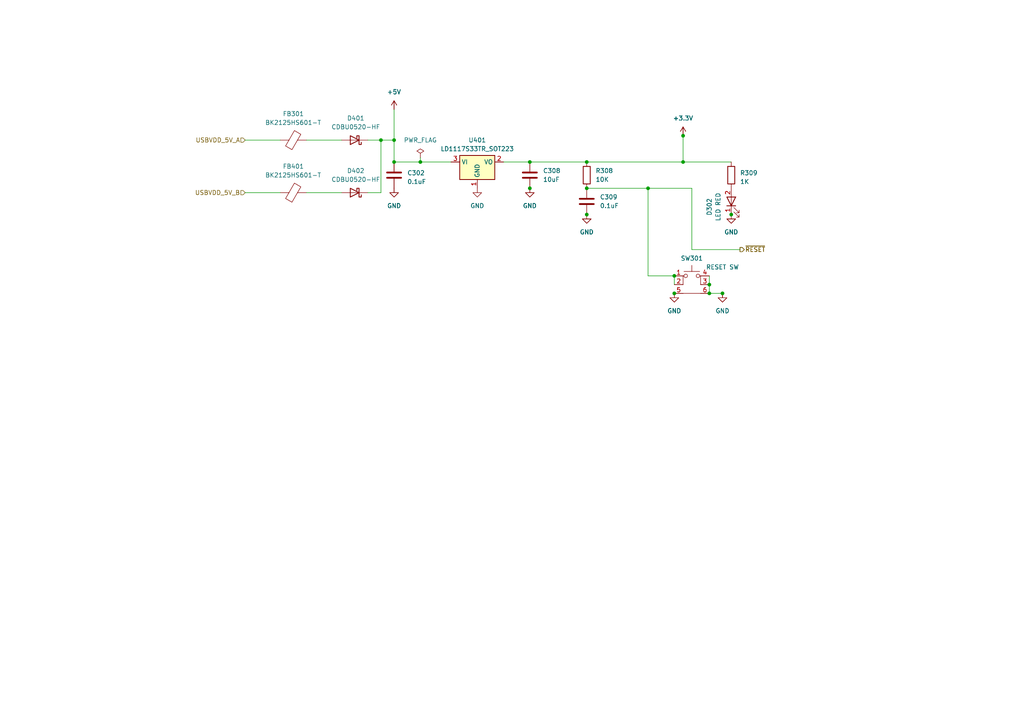
<source format=kicad_sch>
(kicad_sch (version 20230121) (generator eeschema)

  (uuid 650905de-fba1-43f5-8ad1-d7664073f507)

  (paper "A4")

  (title_block
    (title "SHARED USB MEMORY")
    (date "2023-10-26")
    (rev "Rev0")
    (company "HNZ")
    (comment 1 "Licensed under CC-BY-SA V4.0")
    (comment 2 "2023 (C) Hiroshi Nakajima <hnakamiru1103@gmail.com>")
  )

  (lib_symbols
    (symbol "Device:C" (pin_numbers hide) (pin_names (offset 0.254)) (in_bom yes) (on_board yes)
      (property "Reference" "C" (at 0.635 2.54 0)
        (effects (font (size 1.27 1.27)) (justify left))
      )
      (property "Value" "C" (at 0.635 -2.54 0)
        (effects (font (size 1.27 1.27)) (justify left))
      )
      (property "Footprint" "" (at 0.9652 -3.81 0)
        (effects (font (size 1.27 1.27)) hide)
      )
      (property "Datasheet" "~" (at 0 0 0)
        (effects (font (size 1.27 1.27)) hide)
      )
      (property "ki_keywords" "cap capacitor" (at 0 0 0)
        (effects (font (size 1.27 1.27)) hide)
      )
      (property "ki_description" "Unpolarized capacitor" (at 0 0 0)
        (effects (font (size 1.27 1.27)) hide)
      )
      (property "ki_fp_filters" "C_*" (at 0 0 0)
        (effects (font (size 1.27 1.27)) hide)
      )
      (symbol "C_0_1"
        (polyline
          (pts
            (xy -2.032 -0.762)
            (xy 2.032 -0.762)
          )
          (stroke (width 0.508) (type default))
          (fill (type none))
        )
        (polyline
          (pts
            (xy -2.032 0.762)
            (xy 2.032 0.762)
          )
          (stroke (width 0.508) (type default))
          (fill (type none))
        )
      )
      (symbol "C_1_1"
        (pin passive line (at 0 3.81 270) (length 2.794)
          (name "~" (effects (font (size 1.27 1.27))))
          (number "1" (effects (font (size 1.27 1.27))))
        )
        (pin passive line (at 0 -3.81 90) (length 2.794)
          (name "~" (effects (font (size 1.27 1.27))))
          (number "2" (effects (font (size 1.27 1.27))))
        )
      )
    )
    (symbol "Device:FerriteBead" (pin_numbers hide) (pin_names (offset 0)) (in_bom yes) (on_board yes)
      (property "Reference" "FB" (at -3.81 0.635 90)
        (effects (font (size 1.27 1.27)))
      )
      (property "Value" "FerriteBead" (at 3.81 0 90)
        (effects (font (size 1.27 1.27)))
      )
      (property "Footprint" "" (at -1.778 0 90)
        (effects (font (size 1.27 1.27)) hide)
      )
      (property "Datasheet" "~" (at 0 0 0)
        (effects (font (size 1.27 1.27)) hide)
      )
      (property "ki_keywords" "L ferrite bead inductor filter" (at 0 0 0)
        (effects (font (size 1.27 1.27)) hide)
      )
      (property "ki_description" "Ferrite bead" (at 0 0 0)
        (effects (font (size 1.27 1.27)) hide)
      )
      (property "ki_fp_filters" "Inductor_* L_* *Ferrite*" (at 0 0 0)
        (effects (font (size 1.27 1.27)) hide)
      )
      (symbol "FerriteBead_0_1"
        (polyline
          (pts
            (xy 0 -1.27)
            (xy 0 -1.2192)
          )
          (stroke (width 0) (type default))
          (fill (type none))
        )
        (polyline
          (pts
            (xy 0 1.27)
            (xy 0 1.2954)
          )
          (stroke (width 0) (type default))
          (fill (type none))
        )
        (polyline
          (pts
            (xy -2.7686 0.4064)
            (xy -1.7018 2.2606)
            (xy 2.7686 -0.3048)
            (xy 1.6764 -2.159)
            (xy -2.7686 0.4064)
          )
          (stroke (width 0) (type default))
          (fill (type none))
        )
      )
      (symbol "FerriteBead_1_1"
        (pin passive line (at 0 3.81 270) (length 2.54)
          (name "~" (effects (font (size 1.27 1.27))))
          (number "1" (effects (font (size 1.27 1.27))))
        )
        (pin passive line (at 0 -3.81 90) (length 2.54)
          (name "~" (effects (font (size 1.27 1.27))))
          (number "2" (effects (font (size 1.27 1.27))))
        )
      )
    )
    (symbol "Device:LED" (pin_names (offset 1.016) hide) (in_bom yes) (on_board yes)
      (property "Reference" "D" (at 0 2.54 0)
        (effects (font (size 1.27 1.27)))
      )
      (property "Value" "LED" (at 0 -2.54 0)
        (effects (font (size 1.27 1.27)))
      )
      (property "Footprint" "" (at 0 0 0)
        (effects (font (size 1.27 1.27)) hide)
      )
      (property "Datasheet" "~" (at 0 0 0)
        (effects (font (size 1.27 1.27)) hide)
      )
      (property "ki_keywords" "LED diode" (at 0 0 0)
        (effects (font (size 1.27 1.27)) hide)
      )
      (property "ki_description" "Light emitting diode" (at 0 0 0)
        (effects (font (size 1.27 1.27)) hide)
      )
      (property "ki_fp_filters" "LED* LED_SMD:* LED_THT:*" (at 0 0 0)
        (effects (font (size 1.27 1.27)) hide)
      )
      (symbol "LED_0_1"
        (polyline
          (pts
            (xy -1.27 -1.27)
            (xy -1.27 1.27)
          )
          (stroke (width 0.254) (type default))
          (fill (type none))
        )
        (polyline
          (pts
            (xy -1.27 0)
            (xy 1.27 0)
          )
          (stroke (width 0) (type default))
          (fill (type none))
        )
        (polyline
          (pts
            (xy 1.27 -1.27)
            (xy 1.27 1.27)
            (xy -1.27 0)
            (xy 1.27 -1.27)
          )
          (stroke (width 0.254) (type default))
          (fill (type none))
        )
        (polyline
          (pts
            (xy -3.048 -0.762)
            (xy -4.572 -2.286)
            (xy -3.81 -2.286)
            (xy -4.572 -2.286)
            (xy -4.572 -1.524)
          )
          (stroke (width 0) (type default))
          (fill (type none))
        )
        (polyline
          (pts
            (xy -1.778 -0.762)
            (xy -3.302 -2.286)
            (xy -2.54 -2.286)
            (xy -3.302 -2.286)
            (xy -3.302 -1.524)
          )
          (stroke (width 0) (type default))
          (fill (type none))
        )
      )
      (symbol "LED_1_1"
        (pin passive line (at -3.81 0 0) (length 2.54)
          (name "K" (effects (font (size 1.27 1.27))))
          (number "1" (effects (font (size 1.27 1.27))))
        )
        (pin passive line (at 3.81 0 180) (length 2.54)
          (name "A" (effects (font (size 1.27 1.27))))
          (number "2" (effects (font (size 1.27 1.27))))
        )
      )
    )
    (symbol "Device:R" (pin_numbers hide) (pin_names (offset 0)) (in_bom yes) (on_board yes)
      (property "Reference" "R" (at 2.032 0 90)
        (effects (font (size 1.27 1.27)))
      )
      (property "Value" "R" (at 0 0 90)
        (effects (font (size 1.27 1.27)))
      )
      (property "Footprint" "" (at -1.778 0 90)
        (effects (font (size 1.27 1.27)) hide)
      )
      (property "Datasheet" "~" (at 0 0 0)
        (effects (font (size 1.27 1.27)) hide)
      )
      (property "ki_keywords" "R res resistor" (at 0 0 0)
        (effects (font (size 1.27 1.27)) hide)
      )
      (property "ki_description" "Resistor" (at 0 0 0)
        (effects (font (size 1.27 1.27)) hide)
      )
      (property "ki_fp_filters" "R_*" (at 0 0 0)
        (effects (font (size 1.27 1.27)) hide)
      )
      (symbol "R_0_1"
        (rectangle (start -1.016 -2.54) (end 1.016 2.54)
          (stroke (width 0.254) (type default))
          (fill (type none))
        )
      )
      (symbol "R_1_1"
        (pin passive line (at 0 3.81 270) (length 1.27)
          (name "~" (effects (font (size 1.27 1.27))))
          (number "1" (effects (font (size 1.27 1.27))))
        )
        (pin passive line (at 0 -3.81 90) (length 1.27)
          (name "~" (effects (font (size 1.27 1.27))))
          (number "2" (effects (font (size 1.27 1.27))))
        )
      )
    )
    (symbol "Regulator_Linear:LD1117S33TR_SOT223" (in_bom yes) (on_board yes)
      (property "Reference" "U" (at -3.81 3.175 0)
        (effects (font (size 1.27 1.27)))
      )
      (property "Value" "LD1117S33TR_SOT223" (at 0 3.175 0)
        (effects (font (size 1.27 1.27)) (justify left))
      )
      (property "Footprint" "Package_TO_SOT_SMD:SOT-223-3_TabPin2" (at 0 5.08 0)
        (effects (font (size 1.27 1.27)) hide)
      )
      (property "Datasheet" "http://www.st.com/st-web-ui/static/active/en/resource/technical/document/datasheet/CD00000544.pdf" (at 2.54 -6.35 0)
        (effects (font (size 1.27 1.27)) hide)
      )
      (property "ki_keywords" "REGULATOR LDO 3.3V" (at 0 0 0)
        (effects (font (size 1.27 1.27)) hide)
      )
      (property "ki_description" "800mA Fixed Low Drop Positive Voltage Regulator, Fixed Output 3.3V, SOT-223" (at 0 0 0)
        (effects (font (size 1.27 1.27)) hide)
      )
      (property "ki_fp_filters" "SOT?223*TabPin2*" (at 0 0 0)
        (effects (font (size 1.27 1.27)) hide)
      )
      (symbol "LD1117S33TR_SOT223_0_1"
        (rectangle (start -5.08 -5.08) (end 5.08 1.905)
          (stroke (width 0.254) (type default))
          (fill (type background))
        )
      )
      (symbol "LD1117S33TR_SOT223_1_1"
        (pin power_in line (at 0 -7.62 90) (length 2.54)
          (name "GND" (effects (font (size 1.27 1.27))))
          (number "1" (effects (font (size 1.27 1.27))))
        )
        (pin power_out line (at 7.62 0 180) (length 2.54)
          (name "VO" (effects (font (size 1.27 1.27))))
          (number "2" (effects (font (size 1.27 1.27))))
        )
        (pin power_in line (at -7.62 0 0) (length 2.54)
          (name "VI" (effects (font (size 1.27 1.27))))
          (number "3" (effects (font (size 1.27 1.27))))
        )
      )
    )
    (symbol "power:+3.3V" (power) (pin_names (offset 0)) (in_bom yes) (on_board yes)
      (property "Reference" "#PWR" (at 0 -3.81 0)
        (effects (font (size 1.27 1.27)) hide)
      )
      (property "Value" "+3.3V" (at 0 3.556 0)
        (effects (font (size 1.27 1.27)))
      )
      (property "Footprint" "" (at 0 0 0)
        (effects (font (size 1.27 1.27)) hide)
      )
      (property "Datasheet" "" (at 0 0 0)
        (effects (font (size 1.27 1.27)) hide)
      )
      (property "ki_keywords" "global power" (at 0 0 0)
        (effects (font (size 1.27 1.27)) hide)
      )
      (property "ki_description" "Power symbol creates a global label with name \"+3.3V\"" (at 0 0 0)
        (effects (font (size 1.27 1.27)) hide)
      )
      (symbol "+3.3V_0_1"
        (polyline
          (pts
            (xy -0.762 1.27)
            (xy 0 2.54)
          )
          (stroke (width 0) (type default))
          (fill (type none))
        )
        (polyline
          (pts
            (xy 0 0)
            (xy 0 2.54)
          )
          (stroke (width 0) (type default))
          (fill (type none))
        )
        (polyline
          (pts
            (xy 0 2.54)
            (xy 0.762 1.27)
          )
          (stroke (width 0) (type default))
          (fill (type none))
        )
      )
      (symbol "+3.3V_1_1"
        (pin power_in line (at 0 0 90) (length 0) hide
          (name "+3.3V" (effects (font (size 1.27 1.27))))
          (number "1" (effects (font (size 1.27 1.27))))
        )
      )
    )
    (symbol "power:+5V" (power) (pin_names (offset 0)) (in_bom yes) (on_board yes)
      (property "Reference" "#PWR" (at 0 -3.81 0)
        (effects (font (size 1.27 1.27)) hide)
      )
      (property "Value" "+5V" (at 0 3.556 0)
        (effects (font (size 1.27 1.27)))
      )
      (property "Footprint" "" (at 0 0 0)
        (effects (font (size 1.27 1.27)) hide)
      )
      (property "Datasheet" "" (at 0 0 0)
        (effects (font (size 1.27 1.27)) hide)
      )
      (property "ki_keywords" "global power" (at 0 0 0)
        (effects (font (size 1.27 1.27)) hide)
      )
      (property "ki_description" "Power symbol creates a global label with name \"+5V\"" (at 0 0 0)
        (effects (font (size 1.27 1.27)) hide)
      )
      (symbol "+5V_0_1"
        (polyline
          (pts
            (xy -0.762 1.27)
            (xy 0 2.54)
          )
          (stroke (width 0) (type default))
          (fill (type none))
        )
        (polyline
          (pts
            (xy 0 0)
            (xy 0 2.54)
          )
          (stroke (width 0) (type default))
          (fill (type none))
        )
        (polyline
          (pts
            (xy 0 2.54)
            (xy 0.762 1.27)
          )
          (stroke (width 0) (type default))
          (fill (type none))
        )
      )
      (symbol "+5V_1_1"
        (pin power_in line (at 0 0 90) (length 0) hide
          (name "+5V" (effects (font (size 1.27 1.27))))
          (number "1" (effects (font (size 1.27 1.27))))
        )
      )
    )
    (symbol "power:GND" (power) (pin_numbers hide) (pin_names (offset 0) hide) (in_bom yes) (on_board yes)
      (property "Reference" "#PWR" (at 0 -6.35 0)
        (effects (font (size 1.27 1.27)) hide)
      )
      (property "Value" "GND" (at 0 -3.81 0)
        (effects (font (size 1.27 1.27)))
      )
      (property "Footprint" "" (at 0 0 0)
        (effects (font (size 1.27 1.27)) hide)
      )
      (property "Datasheet" "" (at 0 0 0)
        (effects (font (size 1.27 1.27)) hide)
      )
      (property "ki_keywords" "global power" (at 0 0 0)
        (effects (font (size 1.27 1.27)) hide)
      )
      (property "ki_description" "Power symbol creates a global label with name \"GND\" , ground" (at 0 0 0)
        (effects (font (size 1.27 1.27)) hide)
      )
      (symbol "GND_0_1"
        (polyline
          (pts
            (xy 0 0)
            (xy 0 -1.27)
            (xy 1.27 -1.27)
            (xy 0 -2.54)
            (xy -1.27 -1.27)
            (xy 0 -1.27)
          )
          (stroke (width 0) (type default))
          (fill (type none))
        )
      )
      (symbol "GND_1_1"
        (pin power_in line (at 0 0 270) (length 0) hide
          (name "GND" (effects (font (size 1.27 1.27))))
          (number "1" (effects (font (size 1.27 1.27))))
        )
      )
    )
    (symbol "power:PWR_FLAG" (power) (pin_numbers hide) (pin_names (offset 0) hide) (in_bom yes) (on_board yes)
      (property "Reference" "#FLG" (at 0 1.905 0)
        (effects (font (size 1.27 1.27)) hide)
      )
      (property "Value" "PWR_FLAG" (at 0 3.81 0)
        (effects (font (size 1.27 1.27)))
      )
      (property "Footprint" "" (at 0 0 0)
        (effects (font (size 1.27 1.27)) hide)
      )
      (property "Datasheet" "~" (at 0 0 0)
        (effects (font (size 1.27 1.27)) hide)
      )
      (property "ki_keywords" "flag power" (at 0 0 0)
        (effects (font (size 1.27 1.27)) hide)
      )
      (property "ki_description" "Special symbol for telling ERC where power comes from" (at 0 0 0)
        (effects (font (size 1.27 1.27)) hide)
      )
      (symbol "PWR_FLAG_0_0"
        (pin power_out line (at 0 0 90) (length 0)
          (name "pwr" (effects (font (size 1.27 1.27))))
          (number "1" (effects (font (size 1.27 1.27))))
        )
      )
      (symbol "PWR_FLAG_0_1"
        (polyline
          (pts
            (xy 0 0)
            (xy 0 1.27)
            (xy -1.016 1.905)
            (xy 0 2.54)
            (xy 1.016 1.905)
            (xy 0 1.27)
          )
          (stroke (width 0) (type default))
          (fill (type none))
        )
      )
    )
    (symbol "tbctl:3.5x2.6 Tact SW" (pin_names (offset 1.016) hide) (in_bom yes) (on_board yes)
      (property "Reference" "SW" (at 0.635 5.715 0)
        (effects (font (size 1.27 1.27)) (justify left))
      )
      (property "Value" "3.5x2.6 Tact SW" (at 0 -3.81 0)
        (effects (font (size 1.27 1.27)) hide)
      )
      (property "Footprint" "tbctl:WS-TASV SMT Tact Switch" (at 0 7.62 0)
        (effects (font (size 1.27 1.27)) hide)
      )
      (property "Datasheet" "" (at 0 7.62 0)
        (effects (font (size 1.27 1.27)) hide)
      )
      (property "ki_keywords" "switch normally-open pushbutton push-button" (at 0 0 0)
        (effects (font (size 1.27 1.27)) hide)
      )
      (property "ki_description" "WS-TASV SMT Tact Switch" (at 0 0 0)
        (effects (font (size 1.27 1.27)) hide)
      )
      (property "ki_fp_filters" "SW*MEC*5G*" (at 0 0 0)
        (effects (font (size 1.27 1.27)) hide)
      )
      (symbol "3.5x2.6 Tact SW_0_1"
        (circle (center -1.778 2.54) (radius 0.508)
          (stroke (width 0) (type default))
          (fill (type none))
        )
        (polyline
          (pts
            (xy -2.54 -2.54)
            (xy 2.54 -2.54)
          )
          (stroke (width 0) (type default))
          (fill (type none))
        )
        (polyline
          (pts
            (xy -2.286 3.81)
            (xy 2.286 3.81)
          )
          (stroke (width 0) (type default))
          (fill (type none))
        )
        (polyline
          (pts
            (xy 0 3.81)
            (xy 0 5.588)
          )
          (stroke (width 0) (type default))
          (fill (type none))
        )
        (polyline
          (pts
            (xy -2.54 0)
            (xy -2.54 2.54)
            (xy -2.286 2.54)
          )
          (stroke (width 0) (type default))
          (fill (type none))
        )
        (polyline
          (pts
            (xy 2.54 0)
            (xy 2.54 2.54)
            (xy 2.286 2.54)
          )
          (stroke (width 0) (type default))
          (fill (type none))
        )
        (circle (center 1.778 2.54) (radius 0.508)
          (stroke (width 0) (type default))
          (fill (type none))
        )
        (pin passive line (at -5.08 2.54 0) (length 2.54)
          (name "1" (effects (font (size 1.27 1.27))))
          (number "1" (effects (font (size 1.27 1.27))))
        )
        (pin passive line (at -5.08 0 0) (length 2.54)
          (name "2" (effects (font (size 1.27 1.27))))
          (number "2" (effects (font (size 1.27 1.27))))
        )
        (pin passive line (at 5.08 0 180) (length 2.54)
          (name "K" (effects (font (size 1.27 1.27))))
          (number "3" (effects (font (size 1.27 1.27))))
        )
        (pin passive line (at 5.08 2.54 180) (length 2.54)
          (name "A" (effects (font (size 1.27 1.27))))
          (number "4" (effects (font (size 1.27 1.27))))
        )
        (pin passive line (at -5.08 -2.54 0) (length 2.54)
          (name "5" (effects (font (size 1.27 1.27))))
          (number "5" (effects (font (size 1.27 1.27))))
        )
        (pin passive line (at 5.08 -2.54 180) (length 2.54)
          (name "6" (effects (font (size 1.27 1.27))))
          (number "6" (effects (font (size 1.27 1.27))))
        )
      )
    )
    (symbol "tbctl:CDBU0520-HF" (pin_numbers hide) (pin_names hide) (in_bom yes) (on_board yes)
      (property "Reference" "D" (at 0 2.54 0)
        (effects (font (size 1.27 1.27)))
      )
      (property "Value" "CDBU0520-HF" (at 0 -2.54 0)
        (effects (font (size 1.27 1.27)))
      )
      (property "Footprint" "Diode_SMD:D_0603_1608Metric" (at 0 -4.445 0)
        (effects (font (size 1.27 1.27)) hide)
      )
      (property "Datasheet" "https://www.comchiptech.com/admin/files/product/QW-G1012-CDBU40-HF-RevA321692.pdf" (at 0 0 0)
        (effects (font (size 1.27 1.27)) hide)
      )
      (property "ki_keywords" "diode Schottky" (at 0 0 0)
        (effects (font (size 1.27 1.27)) hide)
      )
      (property "ki_description" "20V 500mA Schottky Barrier Diode, 0603" (at 0 0 0)
        (effects (font (size 1.27 1.27)) hide)
      )
      (property "ki_fp_filters" "D*0603*" (at 0 0 0)
        (effects (font (size 1.27 1.27)) hide)
      )
      (symbol "CDBU0520-HF_0_1"
        (polyline
          (pts
            (xy 1.27 0)
            (xy -1.27 0)
          )
          (stroke (width 0) (type default))
          (fill (type none))
        )
        (polyline
          (pts
            (xy 1.27 1.27)
            (xy 1.27 -1.27)
            (xy -1.27 0)
            (xy 1.27 1.27)
          )
          (stroke (width 0.254) (type default))
          (fill (type none))
        )
        (polyline
          (pts
            (xy -1.905 0.635)
            (xy -1.905 1.27)
            (xy -1.27 1.27)
            (xy -1.27 -1.27)
            (xy -0.635 -1.27)
            (xy -0.635 -0.635)
          )
          (stroke (width 0.254) (type default))
          (fill (type none))
        )
      )
      (symbol "CDBU0520-HF_1_1"
        (pin passive line (at -3.81 0 0) (length 2.54)
          (name "K" (effects (font (size 1.27 1.27))))
          (number "1" (effects (font (size 1.27 1.27))))
        )
        (pin passive line (at 3.81 0 180) (length 2.54)
          (name "A" (effects (font (size 1.27 1.27))))
          (number "2" (effects (font (size 1.27 1.27))))
        )
      )
    )
  )

  (junction (at 114.3 46.99) (diameter 0) (color 0 0 0 0)
    (uuid 07732639-c412-401c-a61d-6f0f71f8db8a)
  )
  (junction (at 153.67 54.61) (diameter 0) (color 0 0 0 0)
    (uuid 21a0463d-f764-4935-88a7-b30acabf0a52)
  )
  (junction (at 198.12 39.37) (diameter 0) (color 0 0 0 0)
    (uuid 3f0c203a-9aca-4a90-b835-ccbd960068a8)
  )
  (junction (at 212.09 62.23) (diameter 0) (color 0 0 0 0)
    (uuid 4bac3f65-9181-4b08-94c8-25326b240d43)
  )
  (junction (at 187.96 54.61) (diameter 0) (color 0 0 0 0)
    (uuid 52f61b63-edeb-4f29-b317-c16dc3156429)
  )
  (junction (at 110.49 40.64) (diameter 0) (color 0 0 0 0)
    (uuid 5bf24178-6faf-4805-a10a-f229b6df7e47)
  )
  (junction (at 205.74 82.55) (diameter 0) (color 0 0 0 0)
    (uuid 5bf41a35-2d0a-4eae-9bd2-9b7f93d38967)
  )
  (junction (at 205.74 85.09) (diameter 0) (color 0 0 0 0)
    (uuid 601da74e-d271-4135-bb0b-838e0abe7db8)
  )
  (junction (at 198.12 46.99) (diameter 0) (color 0 0 0 0)
    (uuid 6e768cc5-5177-4bd5-91a9-84345f6fbb4a)
  )
  (junction (at 114.3 40.64) (diameter 0) (color 0 0 0 0)
    (uuid 7a64a8ef-be6d-4164-9b87-de736c1557cc)
  )
  (junction (at 170.18 62.23) (diameter 0) (color 0 0 0 0)
    (uuid 7fc45034-643a-48c1-aeb8-50d9206ae128)
  )
  (junction (at 195.58 85.09) (diameter 0) (color 0 0 0 0)
    (uuid 84d70cd8-6e4d-4493-aaca-40986e448399)
  )
  (junction (at 153.67 46.99) (diameter 0) (color 0 0 0 0)
    (uuid 90bc4de0-280b-4887-bdc0-d4eb9fc63223)
  )
  (junction (at 195.58 80.01) (diameter 0) (color 0 0 0 0)
    (uuid b2d0f18e-7172-4501-80ad-0ba45b78f9f8)
  )
  (junction (at 170.18 54.61) (diameter 0) (color 0 0 0 0)
    (uuid ccd8a9fa-efd5-4fc7-b015-1f6c36e6f268)
  )
  (junction (at 170.18 46.99) (diameter 0) (color 0 0 0 0)
    (uuid d461e9f8-4947-490b-b8df-7f2ad37c9e2e)
  )
  (junction (at 209.55 85.09) (diameter 0) (color 0 0 0 0)
    (uuid f1770b2e-6489-48ad-bc96-367c0038fb6a)
  )
  (junction (at 121.92 46.99) (diameter 0) (color 0 0 0 0)
    (uuid fa225524-486c-4547-9b27-a4bc89b8a77d)
  )

  (wire (pts (xy 88.9 40.64) (xy 99.06 40.64))
    (stroke (width 0) (type default))
    (uuid 0b490ee3-767e-449d-aa57-0b27ccac2674)
  )
  (wire (pts (xy 106.68 40.64) (xy 110.49 40.64))
    (stroke (width 0) (type default))
    (uuid 15356ade-79e7-4e11-90a2-c69510d341a4)
  )
  (wire (pts (xy 187.96 80.01) (xy 195.58 80.01))
    (stroke (width 0) (type default))
    (uuid 177ae766-0384-4e2f-87ac-a00f9c6bc451)
  )
  (wire (pts (xy 71.12 40.64) (xy 81.28 40.64))
    (stroke (width 0) (type default))
    (uuid 25b5ff43-679d-47be-8ae9-8cf43527e6e9)
  )
  (wire (pts (xy 121.92 46.99) (xy 130.81 46.99))
    (stroke (width 0) (type default))
    (uuid 3f0b756e-45fe-4611-a2a5-049814cf45d0)
  )
  (wire (pts (xy 71.12 55.88) (xy 81.28 55.88))
    (stroke (width 0) (type default))
    (uuid 4116a63c-d11c-4eb5-8834-c75cbc146089)
  )
  (wire (pts (xy 198.12 46.99) (xy 212.09 46.99))
    (stroke (width 0) (type default))
    (uuid 4864a9d1-b471-4bc9-a59a-09719098858f)
  )
  (wire (pts (xy 106.68 55.88) (xy 110.49 55.88))
    (stroke (width 0) (type default))
    (uuid 5a772db6-7365-43fe-a12d-bb27b38382da)
  )
  (wire (pts (xy 110.49 40.64) (xy 114.3 40.64))
    (stroke (width 0) (type default))
    (uuid 6984b11a-eb74-4c7d-8e10-5d9590537680)
  )
  (wire (pts (xy 187.96 54.61) (xy 187.96 80.01))
    (stroke (width 0) (type default))
    (uuid 6b75bae4-32a4-4d12-9505-a8d73c4dfcb2)
  )
  (wire (pts (xy 153.67 46.99) (xy 170.18 46.99))
    (stroke (width 0) (type default))
    (uuid 745c358e-e5af-436c-8d32-c596f2db69cb)
  )
  (wire (pts (xy 121.92 45.72) (xy 121.92 46.99))
    (stroke (width 0) (type default))
    (uuid 75d666d2-0718-4512-96a5-ec3bf6a24e78)
  )
  (wire (pts (xy 114.3 31.75) (xy 114.3 40.64))
    (stroke (width 0) (type default))
    (uuid 761c659b-19bb-4c94-93fa-b5f084f4cad7)
  )
  (wire (pts (xy 200.66 54.61) (xy 200.66 72.39))
    (stroke (width 0) (type default))
    (uuid 8be214d0-c375-4559-a1b8-cd121e635b03)
  )
  (wire (pts (xy 114.3 46.99) (xy 121.92 46.99))
    (stroke (width 0) (type default))
    (uuid 97f8429d-8882-4b81-88a3-16802e6c5cd5)
  )
  (wire (pts (xy 205.74 85.09) (xy 209.55 85.09))
    (stroke (width 0) (type default))
    (uuid 9b417831-22ca-4371-a433-e6ac3ad0bd63)
  )
  (wire (pts (xy 170.18 46.99) (xy 198.12 46.99))
    (stroke (width 0) (type default))
    (uuid a3308d96-af69-457c-892e-d1dba80c15f3)
  )
  (wire (pts (xy 205.74 80.01) (xy 205.74 82.55))
    (stroke (width 0) (type default))
    (uuid a62ec73a-4cec-4712-8056-795061c4f30f)
  )
  (wire (pts (xy 114.3 40.64) (xy 114.3 46.99))
    (stroke (width 0) (type default))
    (uuid b34098a9-3a8d-41b9-8f57-632a06d32491)
  )
  (wire (pts (xy 195.58 80.01) (xy 195.58 82.55))
    (stroke (width 0) (type default))
    (uuid b7bf4a25-430a-4da3-86cb-3f434f991723)
  )
  (wire (pts (xy 198.12 39.37) (xy 198.12 46.99))
    (stroke (width 0) (type default))
    (uuid c3309680-0ae0-4c6a-93fe-e56f8fb9af12)
  )
  (wire (pts (xy 146.05 46.99) (xy 153.67 46.99))
    (stroke (width 0) (type default))
    (uuid c36020e9-b3fa-4cc2-aec3-24e0f41fa937)
  )
  (wire (pts (xy 110.49 55.88) (xy 110.49 40.64))
    (stroke (width 0) (type default))
    (uuid c41cf7aa-40dc-4a8a-8b0a-08975519e6cf)
  )
  (wire (pts (xy 170.18 54.61) (xy 187.96 54.61))
    (stroke (width 0) (type default))
    (uuid c5c2d364-d622-42cb-9597-24ce49eeeffa)
  )
  (wire (pts (xy 88.9 55.88) (xy 99.06 55.88))
    (stroke (width 0) (type default))
    (uuid ceca8d87-8b7e-4c8c-a636-aa0b47e8c131)
  )
  (wire (pts (xy 200.66 72.39) (xy 214.63 72.39))
    (stroke (width 0) (type default))
    (uuid d317f5d9-886a-431e-99cc-90450f20d283)
  )
  (wire (pts (xy 187.96 54.61) (xy 200.66 54.61))
    (stroke (width 0) (type default))
    (uuid ea2fa7c7-2553-49eb-afd8-aacb14742b06)
  )
  (wire (pts (xy 205.74 82.55) (xy 205.74 85.09))
    (stroke (width 0) (type default))
    (uuid f9d6da2d-aaab-4d5e-bad4-f8a44ccc98f5)
  )

  (hierarchical_label "USBVDD_5V_B" (shape input) (at 71.12 55.88 180) (fields_autoplaced)
    (effects (font (size 1.27 1.27)) (justify right))
    (uuid 1bd4ba87-79c8-472b-a80c-78132c912ab8)
  )
  (hierarchical_label "~{RESET}" (shape output) (at 214.63 72.39 0) (fields_autoplaced)
    (effects (font (size 1.27 1.27)) (justify left))
    (uuid 2a62eec9-db9b-4409-a673-ff3aa0683368)
  )
  (hierarchical_label "USBVDD_5V_A" (shape input) (at 71.12 40.64 180) (fields_autoplaced)
    (effects (font (size 1.27 1.27)) (justify right))
    (uuid 3747cb00-07b1-444f-9ebe-720ffcc63dbe)
  )
  (hierarchical_label "~{RESET}" (shape output) (at 214.63 72.39 0) (fields_autoplaced)
    (effects (font (size 1.27 1.27)) (justify left))
    (uuid c35f7bc7-decb-4414-b350-a2999f461aa7)
  )

  (symbol (lib_id "power:GND") (at 153.67 54.61 0) (unit 1)
    (in_bom yes) (on_board yes) (dnp no) (fields_autoplaced)
    (uuid 0a69f357-d97d-45c8-b96b-2c86ecc7526f)
    (property "Reference" "#PWR0321" (at 153.67 60.96 0)
      (effects (font (size 1.27 1.27)) hide)
    )
    (property "Value" "GND" (at 153.67 59.69 0)
      (effects (font (size 1.27 1.27)))
    )
    (property "Footprint" "" (at 153.67 54.61 0)
      (effects (font (size 1.27 1.27)) hide)
    )
    (property "Datasheet" "" (at 153.67 54.61 0)
      (effects (font (size 1.27 1.27)) hide)
    )
    (pin "1" (uuid 50b9a356-ddac-4021-9d46-0f5f80eac9c0))
    (instances
      (project "shareusbdisk2"
        (path "/162b1c1e-524d-401b-83ef-9451f22857be/534e2c63-7954-4a88-b296-ca7d596b3288"
          (reference "#PWR0321") (unit 1)
        )
      )
    )
  )

  (symbol (lib_id "Device:C") (at 170.18 58.42 0) (unit 1)
    (in_bom yes) (on_board yes) (dnp no)
    (uuid 129ce030-6456-4b6b-a41c-82f570171ac8)
    (property "Reference" "C309" (at 173.99 57.1499 0)
      (effects (font (size 1.27 1.27)) (justify left))
    )
    (property "Value" "0.1uF" (at 173.99 59.69 0)
      (effects (font (size 1.27 1.27)) (justify left))
    )
    (property "Footprint" "Capacitor_SMD:C_0603_1608Metric_Pad1.08x0.95mm_HandSolder" (at 171.1452 62.23 0)
      (effects (font (size 1.27 1.27)) hide)
    )
    (property "Datasheet" "~" (at 170.18 58.42 0)
      (effects (font (size 1.27 1.27)) hide)
    )
    (property "digikey" "311-1824-1-ND" (at 170.18 58.42 0)
      (effects (font (size 1.27 1.27)) hide)
    )
    (property "storeURL" "https://www.digikey.com/en/products/detail/yageo/CC0603MRX7R7BB104/5195231" (at 170.18 58.42 0)
      (effects (font (size 1.27 1.27)) hide)
    )
    (pin "1" (uuid fcd7dba7-5e76-4e59-9c09-b37652827a3d))
    (pin "2" (uuid 4df58b12-64ce-4293-984e-aa85dce91c67))
    (instances
      (project "shareusbdisk2"
        (path "/162b1c1e-524d-401b-83ef-9451f22857be/534e2c63-7954-4a88-b296-ca7d596b3288"
          (reference "C309") (unit 1)
        )
      )
    )
  )

  (symbol (lib_id "Device:C") (at 114.3 50.8 0) (unit 1)
    (in_bom yes) (on_board yes) (dnp no) (fields_autoplaced)
    (uuid 1483257e-c25d-47a9-bce9-5ca958ce69db)
    (property "Reference" "C302" (at 118.11 50.165 0)
      (effects (font (size 1.27 1.27)) (justify left))
    )
    (property "Value" "0.1uF" (at 118.11 52.705 0)
      (effects (font (size 1.27 1.27)) (justify left))
    )
    (property "Footprint" "Capacitor_SMD:C_0603_1608Metric_Pad1.08x0.95mm_HandSolder" (at 115.2652 54.61 0)
      (effects (font (size 1.27 1.27)) hide)
    )
    (property "Datasheet" "~" (at 114.3 50.8 0)
      (effects (font (size 1.27 1.27)) hide)
    )
    (property "digikey" "311-1824-1-ND" (at 114.3 50.8 0)
      (effects (font (size 1.27 1.27)) hide)
    )
    (property "storeURL" "https://www.digikey.com/en/products/detail/yageo/CC0603MRX7R7BB104/5195231" (at 114.3 50.8 0)
      (effects (font (size 1.27 1.27)) hide)
    )
    (pin "1" (uuid edc9cf60-11ea-443c-a32b-ff671df1c791))
    (pin "2" (uuid 59a05dcc-99e6-48bc-b57e-e838f5ae7b73))
    (instances
      (project "shareusbdisk2"
        (path "/162b1c1e-524d-401b-83ef-9451f22857be/534e2c63-7954-4a88-b296-ca7d596b3288"
          (reference "C302") (unit 1)
        )
      )
    )
  )

  (symbol (lib_id "power:GND") (at 195.58 85.09 0) (unit 1)
    (in_bom yes) (on_board yes) (dnp no) (fields_autoplaced)
    (uuid 149b1fee-3684-47bc-a0ef-b8ee07d23251)
    (property "Reference" "#PWR0327" (at 195.58 91.44 0)
      (effects (font (size 1.27 1.27)) hide)
    )
    (property "Value" "GND" (at 195.58 90.17 0)
      (effects (font (size 1.27 1.27)))
    )
    (property "Footprint" "" (at 195.58 85.09 0)
      (effects (font (size 1.27 1.27)) hide)
    )
    (property "Datasheet" "" (at 195.58 85.09 0)
      (effects (font (size 1.27 1.27)) hide)
    )
    (pin "1" (uuid 5d0b5361-8f86-4ad3-b235-e184433a2b33))
    (instances
      (project "shareusbdisk2"
        (path "/162b1c1e-524d-401b-83ef-9451f22857be/534e2c63-7954-4a88-b296-ca7d596b3288"
          (reference "#PWR0327") (unit 1)
        )
      )
    )
  )

  (symbol (lib_id "power:GND") (at 209.55 85.09 0) (unit 1)
    (in_bom yes) (on_board yes) (dnp no) (fields_autoplaced)
    (uuid 1f92faa7-9f63-43a9-a331-6b0f21a77e40)
    (property "Reference" "#PWR0331" (at 209.55 91.44 0)
      (effects (font (size 1.27 1.27)) hide)
    )
    (property "Value" "GND" (at 209.55 90.17 0)
      (effects (font (size 1.27 1.27)))
    )
    (property "Footprint" "" (at 209.55 85.09 0)
      (effects (font (size 1.27 1.27)) hide)
    )
    (property "Datasheet" "" (at 209.55 85.09 0)
      (effects (font (size 1.27 1.27)) hide)
    )
    (pin "1" (uuid c032329f-4b51-4895-823a-88c2d1e17e6c))
    (instances
      (project "shareusbdisk2"
        (path "/162b1c1e-524d-401b-83ef-9451f22857be/534e2c63-7954-4a88-b296-ca7d596b3288"
          (reference "#PWR0331") (unit 1)
        )
      )
    )
  )

  (symbol (lib_id "power:GND") (at 209.55 85.09 0) (unit 1)
    (in_bom yes) (on_board yes) (dnp no) (fields_autoplaced)
    (uuid 2eb926c0-bd1d-4731-9ad0-96c5d79620ed)
    (property "Reference" "#PWR0332" (at 209.55 91.44 0)
      (effects (font (size 1.27 1.27)) hide)
    )
    (property "Value" "GND" (at 209.55 90.17 0)
      (effects (font (size 1.27 1.27)))
    )
    (property "Footprint" "" (at 209.55 85.09 0)
      (effects (font (size 1.27 1.27)) hide)
    )
    (property "Datasheet" "" (at 209.55 85.09 0)
      (effects (font (size 1.27 1.27)) hide)
    )
    (pin "1" (uuid c032329f-4b51-4895-823a-88c2d1e17e6d))
    (instances
      (project "shareusbdisk2"
        (path "/162b1c1e-524d-401b-83ef-9451f22857be/534e2c63-7954-4a88-b296-ca7d596b3288"
          (reference "#PWR0332") (unit 1)
        )
      )
    )
  )

  (symbol (lib_id "power:GND") (at 212.09 62.23 0) (unit 1)
    (in_bom yes) (on_board yes) (dnp no) (fields_autoplaced)
    (uuid 2fd186f1-7c24-4fcd-a275-2eb7bb161038)
    (property "Reference" "#PWR0333" (at 212.09 68.58 0)
      (effects (font (size 1.27 1.27)) hide)
    )
    (property "Value" "GND" (at 212.09 67.31 0)
      (effects (font (size 1.27 1.27)))
    )
    (property "Footprint" "" (at 212.09 62.23 0)
      (effects (font (size 1.27 1.27)) hide)
    )
    (property "Datasheet" "" (at 212.09 62.23 0)
      (effects (font (size 1.27 1.27)) hide)
    )
    (pin "1" (uuid cf55c493-af21-4e35-a973-b4307aba705d))
    (instances
      (project "shareusbdisk2"
        (path "/162b1c1e-524d-401b-83ef-9451f22857be/534e2c63-7954-4a88-b296-ca7d596b3288"
          (reference "#PWR0333") (unit 1)
        )
      )
    )
  )

  (symbol (lib_id "power:+3.3V") (at 198.12 39.37 0) (unit 1)
    (in_bom yes) (on_board yes) (dnp no) (fields_autoplaced)
    (uuid 4a4c79ea-0cb6-48c4-bbe2-07da8ea059bb)
    (property "Reference" "#PWR0329" (at 198.12 43.18 0)
      (effects (font (size 1.27 1.27)) hide)
    )
    (property "Value" "+3.3V" (at 198.12 34.29 0)
      (effects (font (size 1.27 1.27)))
    )
    (property "Footprint" "" (at 198.12 39.37 0)
      (effects (font (size 1.27 1.27)) hide)
    )
    (property "Datasheet" "" (at 198.12 39.37 0)
      (effects (font (size 1.27 1.27)) hide)
    )
    (pin "1" (uuid 4db3c8b2-3da0-4bac-807e-0517881c4edb))
    (instances
      (project "shareusbdisk2"
        (path "/162b1c1e-524d-401b-83ef-9451f22857be/534e2c63-7954-4a88-b296-ca7d596b3288"
          (reference "#PWR0329") (unit 1)
        )
      )
    )
  )

  (symbol (lib_id "tbctl:CDBU0520-HF") (at 102.87 40.64 180) (unit 1)
    (in_bom yes) (on_board yes) (dnp no) (fields_autoplaced)
    (uuid 4aef0e2c-4722-4589-b293-05a19caa6417)
    (property "Reference" "D401" (at 103.1875 34.29 0)
      (effects (font (size 1.27 1.27)))
    )
    (property "Value" "CDBU0520-HF" (at 103.1875 36.83 0)
      (effects (font (size 1.27 1.27)))
    )
    (property "Footprint" "Diode_SMD:D_0603_1608Metric" (at 102.87 36.195 0)
      (effects (font (size 1.27 1.27)) hide)
    )
    (property "Datasheet" "https://www.comchiptech.com/admin/files/product/QW-G1012-CDBU40-HF-RevA321692.pdf" (at 102.87 40.64 0)
      (effects (font (size 1.27 1.27)) hide)
    )
    (property "digikey" "641-2022-1-ND" (at 102.87 40.64 0)
      (effects (font (size 1.27 1.27)) hide)
    )
    (property "storeURL" "https://www.digikey.com/en/products/detail/comchip-technology/CDBU0520-HF/3308520" (at 102.87 40.64 0)
      (effects (font (size 1.27 1.27)) hide)
    )
    (pin "1" (uuid 28ff44bb-e755-44de-8623-d102f468752b))
    (pin "2" (uuid 5c821c08-67f2-46c6-9dd3-ec2330e69582))
    (instances
      (project "shareusbdisk2"
        (path "/162b1c1e-524d-401b-83ef-9451f22857be/534e2c63-7954-4a88-b296-ca7d596b3288"
          (reference "D401") (unit 1)
        )
      )
    )
  )

  (symbol (lib_id "power:+5V") (at 114.3 31.75 0) (unit 1)
    (in_bom yes) (on_board yes) (dnp no) (fields_autoplaced)
    (uuid 4bd51542-92dc-4290-aa8d-89ae6487e9bd)
    (property "Reference" "#PWR0303" (at 114.3 35.56 0)
      (effects (font (size 1.27 1.27)) hide)
    )
    (property "Value" "+5V" (at 114.3 26.67 0)
      (effects (font (size 1.27 1.27)))
    )
    (property "Footprint" "" (at 114.3 31.75 0)
      (effects (font (size 1.27 1.27)) hide)
    )
    (property "Datasheet" "" (at 114.3 31.75 0)
      (effects (font (size 1.27 1.27)) hide)
    )
    (pin "1" (uuid 681081e1-f4e3-488c-93c8-d5a616a20391))
    (instances
      (project "shareusbdisk2"
        (path "/162b1c1e-524d-401b-83ef-9451f22857be/534e2c63-7954-4a88-b296-ca7d596b3288"
          (reference "#PWR0303") (unit 1)
        )
      )
    )
  )

  (symbol (lib_id "power:GND") (at 212.09 62.23 0) (unit 1)
    (in_bom yes) (on_board yes) (dnp no) (fields_autoplaced)
    (uuid 4c225a88-3cb8-4f50-ab5b-1ca224bc6ca7)
    (property "Reference" "#PWR0334" (at 212.09 68.58 0)
      (effects (font (size 1.27 1.27)) hide)
    )
    (property "Value" "GND" (at 212.09 67.31 0)
      (effects (font (size 1.27 1.27)))
    )
    (property "Footprint" "" (at 212.09 62.23 0)
      (effects (font (size 1.27 1.27)) hide)
    )
    (property "Datasheet" "" (at 212.09 62.23 0)
      (effects (font (size 1.27 1.27)) hide)
    )
    (pin "1" (uuid cf55c493-af21-4e35-a973-b4307aba705e))
    (instances
      (project "shareusbdisk2"
        (path "/162b1c1e-524d-401b-83ef-9451f22857be/534e2c63-7954-4a88-b296-ca7d596b3288"
          (reference "#PWR0334") (unit 1)
        )
      )
    )
  )

  (symbol (lib_id "Device:R") (at 212.09 50.8 0) (unit 1)
    (in_bom yes) (on_board yes) (dnp no) (fields_autoplaced)
    (uuid 51d06030-f0c1-47fc-9dd3-b7050cbfc542)
    (property "Reference" "R309" (at 214.63 50.165 0)
      (effects (font (size 1.27 1.27)) (justify left))
    )
    (property "Value" "1K" (at 214.63 52.705 0)
      (effects (font (size 1.27 1.27)) (justify left))
    )
    (property "Footprint" "Resistor_SMD:R_0805_2012Metric_Pad1.20x1.40mm_HandSolder" (at 210.312 50.8 90)
      (effects (font (size 1.27 1.27)) hide)
    )
    (property "Datasheet" "~" (at 212.09 50.8 0)
      (effects (font (size 1.27 1.27)) hide)
    )
    (property "digikey" "13-RC0603JR-101KLCT-ND" (at 212.09 50.8 0)
      (effects (font (size 1.27 1.27)) hide)
    )
    (property "storeURL" "https://www.digikey.com/en/products/detail/yageo/RC0603JR-101KL/13694236" (at 212.09 50.8 0)
      (effects (font (size 1.27 1.27)) hide)
    )
    (pin "1" (uuid d7b8b1b0-f7ce-48d4-950c-1ec940fe3206))
    (pin "2" (uuid 47c771c8-8b31-41dd-b549-d82944b55931))
    (instances
      (project "shareusbdisk2"
        (path "/162b1c1e-524d-401b-83ef-9451f22857be/534e2c63-7954-4a88-b296-ca7d596b3288"
          (reference "R309") (unit 1)
        )
      )
    )
  )

  (symbol (lib_id "power:GND") (at 153.67 54.61 0) (unit 1)
    (in_bom yes) (on_board yes) (dnp no) (fields_autoplaced)
    (uuid 5d6c64d7-df19-4473-ba31-92c2834c4b5a)
    (property "Reference" "#PWR0322" (at 153.67 60.96 0)
      (effects (font (size 1.27 1.27)) hide)
    )
    (property "Value" "GND" (at 153.67 59.69 0)
      (effects (font (size 1.27 1.27)))
    )
    (property "Footprint" "" (at 153.67 54.61 0)
      (effects (font (size 1.27 1.27)) hide)
    )
    (property "Datasheet" "" (at 153.67 54.61 0)
      (effects (font (size 1.27 1.27)) hide)
    )
    (pin "1" (uuid 50b9a356-ddac-4021-9d46-0f5f80eac9c1))
    (instances
      (project "shareusbdisk2"
        (path "/162b1c1e-524d-401b-83ef-9451f22857be/534e2c63-7954-4a88-b296-ca7d596b3288"
          (reference "#PWR0322") (unit 1)
        )
      )
    )
  )

  (symbol (lib_id "tbctl:3.5x2.6 Tact SW") (at 200.66 82.55 0) (unit 1)
    (in_bom yes) (on_board yes) (dnp no)
    (uuid 6a508b0a-dfdf-41e8-b3bf-ac5255d736ec)
    (property "Reference" "SW301" (at 200.66 74.93 0)
      (effects (font (size 1.27 1.27)))
    )
    (property "Value" "RESET SW" (at 209.55 77.47 0)
      (effects (font (size 1.27 1.27)))
    )
    (property "Footprint" "shareusbdisk2:WS-TASV SMT Tact Switch" (at 200.66 74.93 0)
      (effects (font (size 1.27 1.27)) hide)
    )
    (property "Datasheet" "" (at 200.66 74.93 0)
      (effects (font (size 1.27 1.27)) hide)
    )
    (property "digikey" "732-435151014824CT-ND" (at 200.66 82.55 0)
      (effects (font (size 1.27 1.27)) hide)
    )
    (property "storeURL" "https://www.digikey.com/en/products/detail/w%C3%BCrth-elektronik/435151014824/11627325" (at 200.66 82.55 0)
      (effects (font (size 1.27 1.27)) hide)
    )
    (pin "1" (uuid 1cbf75e0-9396-469b-ae82-11234cb4cf1f))
    (pin "2" (uuid 73da5957-5ad2-4590-934b-79daaa9421e7))
    (pin "3" (uuid fda8edb4-da44-407f-8054-cf1db0e3e639))
    (pin "4" (uuid b63aa6ef-39bc-42f3-96f0-b94e5f035342))
    (pin "5" (uuid 1cc512a5-f2c5-401f-971f-87ef416a2f35))
    (pin "6" (uuid 9aacaa7c-2726-45c8-9d80-532c12874747))
    (instances
      (project "shareusbdisk2"
        (path "/162b1c1e-524d-401b-83ef-9451f22857be/534e2c63-7954-4a88-b296-ca7d596b3288"
          (reference "SW301") (unit 1)
        )
      )
    )
  )

  (symbol (lib_id "power:GND") (at 114.3 54.61 0) (unit 1)
    (in_bom yes) (on_board yes) (dnp no) (fields_autoplaced)
    (uuid 8761b0db-fe59-4662-802a-782d170789f3)
    (property "Reference" "#PWR0305" (at 114.3 60.96 0)
      (effects (font (size 1.27 1.27)) hide)
    )
    (property "Value" "GND" (at 114.3 59.69 0)
      (effects (font (size 1.27 1.27)))
    )
    (property "Footprint" "" (at 114.3 54.61 0)
      (effects (font (size 1.27 1.27)) hide)
    )
    (property "Datasheet" "" (at 114.3 54.61 0)
      (effects (font (size 1.27 1.27)) hide)
    )
    (pin "1" (uuid 56bc19aa-a3db-4d13-8243-01534cc26718))
    (instances
      (project "shareusbdisk2"
        (path "/162b1c1e-524d-401b-83ef-9451f22857be/534e2c63-7954-4a88-b296-ca7d596b3288"
          (reference "#PWR0305") (unit 1)
        )
      )
    )
  )

  (symbol (lib_id "tbctl:CDBU0520-HF") (at 102.87 55.88 180) (unit 1)
    (in_bom yes) (on_board yes) (dnp no) (fields_autoplaced)
    (uuid 8997a967-a4c1-40ff-a0f4-83d7bb00b96d)
    (property "Reference" "D402" (at 103.1875 49.53 0)
      (effects (font (size 1.27 1.27)))
    )
    (property "Value" "CDBU0520-HF" (at 103.1875 52.07 0)
      (effects (font (size 1.27 1.27)))
    )
    (property "Footprint" "Diode_SMD:D_0603_1608Metric" (at 102.87 51.435 0)
      (effects (font (size 1.27 1.27)) hide)
    )
    (property "Datasheet" "https://www.comchiptech.com/admin/files/product/QW-G1012-CDBU40-HF-RevA321692.pdf" (at 102.87 55.88 0)
      (effects (font (size 1.27 1.27)) hide)
    )
    (property "digikey" "641-2022-1-ND" (at 102.87 55.88 0)
      (effects (font (size 1.27 1.27)) hide)
    )
    (property "storeURL" "https://www.digikey.com/en/products/detail/comchip-technology/CDBU0520-HF/3308520" (at 102.87 55.88 0)
      (effects (font (size 1.27 1.27)) hide)
    )
    (pin "1" (uuid 2ef61816-6fac-4c1d-afdf-2cdd24b42653))
    (pin "2" (uuid f91ed702-5045-4212-83b4-71c24a776cb7))
    (instances
      (project "shareusbdisk2"
        (path "/162b1c1e-524d-401b-83ef-9451f22857be/534e2c63-7954-4a88-b296-ca7d596b3288"
          (reference "D402") (unit 1)
        )
      )
    )
  )

  (symbol (lib_id "power:GND") (at 170.18 62.23 0) (unit 1)
    (in_bom yes) (on_board yes) (dnp no) (fields_autoplaced)
    (uuid 8f53d7ed-4a91-4749-9fbf-d60775d0d406)
    (property "Reference" "#PWR0325" (at 170.18 68.58 0)
      (effects (font (size 1.27 1.27)) hide)
    )
    (property "Value" "GND" (at 170.18 67.31 0)
      (effects (font (size 1.27 1.27)))
    )
    (property "Footprint" "" (at 170.18 62.23 0)
      (effects (font (size 1.27 1.27)) hide)
    )
    (property "Datasheet" "" (at 170.18 62.23 0)
      (effects (font (size 1.27 1.27)) hide)
    )
    (pin "1" (uuid cb94dbf6-41f5-4fb3-8e37-5ce9b3782d3f))
    (instances
      (project "shareusbdisk2"
        (path "/162b1c1e-524d-401b-83ef-9451f22857be/534e2c63-7954-4a88-b296-ca7d596b3288"
          (reference "#PWR0325") (unit 1)
        )
      )
    )
  )

  (symbol (lib_id "power:PWR_FLAG") (at 121.92 45.72 0) (unit 1)
    (in_bom yes) (on_board yes) (dnp no) (fields_autoplaced)
    (uuid 9276f2b7-b715-4c8d-a3a1-dff7abf26216)
    (property "Reference" "#FLG0303" (at 121.92 43.815 0)
      (effects (font (size 1.27 1.27)) hide)
    )
    (property "Value" "PWR_FLAG" (at 121.92 40.64 0)
      (effects (font (size 1.27 1.27)))
    )
    (property "Footprint" "" (at 121.92 45.72 0)
      (effects (font (size 1.27 1.27)) hide)
    )
    (property "Datasheet" "~" (at 121.92 45.72 0)
      (effects (font (size 1.27 1.27)) hide)
    )
    (pin "1" (uuid 160aca10-1da9-467c-b1b2-64f3f12046ae))
    (instances
      (project "shareusbdisk2"
        (path "/162b1c1e-524d-401b-83ef-9451f22857be/534e2c63-7954-4a88-b296-ca7d596b3288"
          (reference "#FLG0303") (unit 1)
        )
      )
    )
  )

  (symbol (lib_id "power:+5V") (at 114.3 31.75 0) (unit 1)
    (in_bom yes) (on_board yes) (dnp no) (fields_autoplaced)
    (uuid 9532da47-5156-43de-ac83-cf15cb2cba95)
    (property "Reference" "#PWR0304" (at 114.3 35.56 0)
      (effects (font (size 1.27 1.27)) hide)
    )
    (property "Value" "+5V" (at 114.3 26.67 0)
      (effects (font (size 1.27 1.27)))
    )
    (property "Footprint" "" (at 114.3 31.75 0)
      (effects (font (size 1.27 1.27)) hide)
    )
    (property "Datasheet" "" (at 114.3 31.75 0)
      (effects (font (size 1.27 1.27)) hide)
    )
    (pin "1" (uuid 681081e1-f4e3-488c-93c8-d5a616a20392))
    (instances
      (project "shareusbdisk2"
        (path "/162b1c1e-524d-401b-83ef-9451f22857be/534e2c63-7954-4a88-b296-ca7d596b3288"
          (reference "#PWR0304") (unit 1)
        )
      )
    )
  )

  (symbol (lib_id "Device:FerriteBead") (at 85.09 55.88 90) (unit 1)
    (in_bom yes) (on_board yes) (dnp no)
    (uuid bc4c6894-24b1-447d-8b9f-686190e377dc)
    (property "Reference" "FB401" (at 85.09 48.26 90)
      (effects (font (size 1.27 1.27)))
    )
    (property "Value" "BK2125HS601-T" (at 85.0392 50.8 90)
      (effects (font (size 1.27 1.27)))
    )
    (property "Footprint" "Inductor_SMD:L_0603_1608Metric_Pad1.05x0.95mm_HandSolder" (at 85.09 57.658 90)
      (effects (font (size 1.27 1.27)) hide)
    )
    (property "Datasheet" "~" (at 85.09 55.88 0)
      (effects (font (size 1.27 1.27)) hide)
    )
    (property "digikey" "240-2399-1-ND " (at 85.09 55.88 0)
      (effects (font (size 1.27 1.27)) hide)
    )
    (property "storeURL" "https://www.digikey.com/en/products/detail/laird-signal-integrity-products/HZ0805E601R-10/806759" (at 85.09 55.88 0)
      (effects (font (size 1.27 1.27)) hide)
    )
    (pin "1" (uuid c8548d74-e4b8-43e0-8996-3b26cb0acf9c))
    (pin "2" (uuid c5a30cd7-4a8c-48b9-ad4e-770d95246412))
    (instances
      (project "shareusbdisk2"
        (path "/162b1c1e-524d-401b-83ef-9451f22857be/534e2c63-7954-4a88-b296-ca7d596b3288"
          (reference "FB401") (unit 1)
        )
      )
    )
  )

  (symbol (lib_id "power:GND") (at 170.18 62.23 0) (unit 1)
    (in_bom yes) (on_board yes) (dnp no) (fields_autoplaced)
    (uuid bd4fc578-aba9-4bda-a613-0a92b74ceb46)
    (property "Reference" "#PWR0326" (at 170.18 68.58 0)
      (effects (font (size 1.27 1.27)) hide)
    )
    (property "Value" "GND" (at 170.18 67.31 0)
      (effects (font (size 1.27 1.27)))
    )
    (property "Footprint" "" (at 170.18 62.23 0)
      (effects (font (size 1.27 1.27)) hide)
    )
    (property "Datasheet" "" (at 170.18 62.23 0)
      (effects (font (size 1.27 1.27)) hide)
    )
    (pin "1" (uuid cb94dbf6-41f5-4fb3-8e37-5ce9b3782d40))
    (instances
      (project "shareusbdisk2"
        (path "/162b1c1e-524d-401b-83ef-9451f22857be/534e2c63-7954-4a88-b296-ca7d596b3288"
          (reference "#PWR0326") (unit 1)
        )
      )
    )
  )

  (symbol (lib_id "power:GND") (at 195.58 85.09 0) (unit 1)
    (in_bom yes) (on_board yes) (dnp no) (fields_autoplaced)
    (uuid c67710e1-f3d3-4fc0-9c9e-39560c6f94f8)
    (property "Reference" "#PWR0328" (at 195.58 91.44 0)
      (effects (font (size 1.27 1.27)) hide)
    )
    (property "Value" "GND" (at 195.58 90.17 0)
      (effects (font (size 1.27 1.27)))
    )
    (property "Footprint" "" (at 195.58 85.09 0)
      (effects (font (size 1.27 1.27)) hide)
    )
    (property "Datasheet" "" (at 195.58 85.09 0)
      (effects (font (size 1.27 1.27)) hide)
    )
    (pin "1" (uuid 5d0b5361-8f86-4ad3-b235-e184433a2b34))
    (instances
      (project "shareusbdisk2"
        (path "/162b1c1e-524d-401b-83ef-9451f22857be/534e2c63-7954-4a88-b296-ca7d596b3288"
          (reference "#PWR0328") (unit 1)
        )
      )
    )
  )

  (symbol (lib_id "Device:C") (at 153.67 50.8 0) (unit 1)
    (in_bom yes) (on_board yes) (dnp no) (fields_autoplaced)
    (uuid ccc361d3-4755-4a3c-b378-6860d464c922)
    (property "Reference" "C308" (at 157.48 49.53 0)
      (effects (font (size 1.27 1.27)) (justify left))
    )
    (property "Value" "10uF" (at 157.48 52.07 0)
      (effects (font (size 1.27 1.27)) (justify left))
    )
    (property "Footprint" "Capacitor_SMD:C_0805_2012Metric_Pad1.18x1.45mm_HandSolder" (at 154.6352 54.61 0)
      (effects (font (size 1.27 1.27)) hide)
    )
    (property "Datasheet" "~" (at 153.67 50.8 0)
      (effects (font (size 1.27 1.27)) hide)
    )
    (property "digikey" "311-3494-1-ND" (at 153.67 50.8 0)
      (effects (font (size 1.27 1.27)) hide)
    )
    (property "storeURL" "https://www.digikey.com/en/products/detail/yageo/CC0603MRX5R8BB106/7164378" (at 153.67 50.8 0)
      (effects (font (size 1.27 1.27)) hide)
    )
    (pin "1" (uuid b8678261-b923-41d0-ad68-3f6f818e0e89))
    (pin "2" (uuid e230d514-7d85-4608-8c2a-27bff76e45df))
    (instances
      (project "shareusbdisk2"
        (path "/162b1c1e-524d-401b-83ef-9451f22857be/534e2c63-7954-4a88-b296-ca7d596b3288"
          (reference "C308") (unit 1)
        )
      )
    )
  )

  (symbol (lib_id "power:GND") (at 138.43 54.61 0) (unit 1)
    (in_bom yes) (on_board yes) (dnp no) (fields_autoplaced)
    (uuid d6e6ff04-854a-4173-aed7-68f2478e4d50)
    (property "Reference" "#PWR0310" (at 138.43 60.96 0)
      (effects (font (size 1.27 1.27)) hide)
    )
    (property "Value" "GND" (at 138.43 59.69 0)
      (effects (font (size 1.27 1.27)))
    )
    (property "Footprint" "" (at 138.43 54.61 0)
      (effects (font (size 1.27 1.27)) hide)
    )
    (property "Datasheet" "" (at 138.43 54.61 0)
      (effects (font (size 1.27 1.27)) hide)
    )
    (pin "1" (uuid 8dbe46aa-220d-4fbb-9217-5547ec5d0d3c))
    (instances
      (project "shareusbdisk2"
        (path "/162b1c1e-524d-401b-83ef-9451f22857be/534e2c63-7954-4a88-b296-ca7d596b3288"
          (reference "#PWR0310") (unit 1)
        )
      )
    )
  )

  (symbol (lib_id "Device:LED") (at 212.09 58.42 90) (unit 1)
    (in_bom yes) (on_board yes) (dnp no) (fields_autoplaced)
    (uuid db2000e2-864d-4021-818d-4de170594c36)
    (property "Reference" "D302" (at 205.74 60.0075 0)
      (effects (font (size 1.27 1.27)))
    )
    (property "Value" "LED RED" (at 208.28 60.0075 0)
      (effects (font (size 1.27 1.27)))
    )
    (property "Footprint" "LED_SMD:LED_0603_1608Metric_Pad1.05x0.95mm_HandSolder" (at 212.09 58.42 0)
      (effects (font (size 1.27 1.27)) hide)
    )
    (property "Datasheet" "~" (at 212.09 58.42 0)
      (effects (font (size 1.27 1.27)) hide)
    )
    (property "digikey" "511-1587-1-ND" (at 212.09 58.42 0)
      (effects (font (size 1.27 1.27)) hide)
    )
    (property "storeURL" "https://www.digikey.com/en/products/detail/rohm-semiconductor/SML-E12V8WT86/1641806" (at 212.09 58.42 0)
      (effects (font (size 1.27 1.27)) hide)
    )
    (pin "1" (uuid 52b598b4-6f32-456c-a24a-e96062dc89e1))
    (pin "2" (uuid 57a39dba-795a-49e9-bae4-a7e9b6abef3d))
    (instances
      (project "shareusbdisk2"
        (path "/162b1c1e-524d-401b-83ef-9451f22857be/534e2c63-7954-4a88-b296-ca7d596b3288"
          (reference "D302") (unit 1)
        )
      )
    )
  )

  (symbol (lib_id "Device:R") (at 170.18 50.8 0) (unit 1)
    (in_bom yes) (on_board yes) (dnp no) (fields_autoplaced)
    (uuid de7d808d-5e7e-45ca-870d-1792c258e36c)
    (property "Reference" "R308" (at 172.72 49.5299 0)
      (effects (font (size 1.27 1.27)) (justify left))
    )
    (property "Value" "10K" (at 172.72 52.0699 0)
      (effects (font (size 1.27 1.27)) (justify left))
    )
    (property "Footprint" "Resistor_SMD:R_0805_2012Metric_Pad1.20x1.40mm_HandSolder" (at 168.402 50.8 90)
      (effects (font (size 1.27 1.27)) hide)
    )
    (property "Datasheet" "~" (at 170.18 50.8 0)
      (effects (font (size 1.27 1.27)) hide)
    )
    (property "digikey" "13-RC0603JR-1010KLCT-ND" (at 170.18 50.8 0)
      (effects (font (size 1.27 1.27)) hide)
    )
    (property "storeURL" "https://www.digikey.com/en/products/detail/yageo/RC0603JR-1010KL/13694233" (at 170.18 50.8 0)
      (effects (font (size 1.27 1.27)) hide)
    )
    (pin "1" (uuid 58eb295b-59c1-4044-bb10-15077b1caeb2))
    (pin "2" (uuid 8fd6bc7a-ed26-4851-bbdf-a6cbb9ccc504))
    (instances
      (project "shareusbdisk2"
        (path "/162b1c1e-524d-401b-83ef-9451f22857be/534e2c63-7954-4a88-b296-ca7d596b3288"
          (reference "R308") (unit 1)
        )
      )
    )
  )

  (symbol (lib_id "Device:FerriteBead") (at 85.09 40.64 90) (unit 1)
    (in_bom yes) (on_board yes) (dnp no)
    (uuid dea03756-b8ef-407f-b843-9df6d02f527a)
    (property "Reference" "FB301" (at 85.09 33.02 90)
      (effects (font (size 1.27 1.27)))
    )
    (property "Value" "BK2125HS601-T" (at 85.0392 35.56 90)
      (effects (font (size 1.27 1.27)))
    )
    (property "Footprint" "Inductor_SMD:L_0603_1608Metric_Pad1.05x0.95mm_HandSolder" (at 85.09 42.418 90)
      (effects (font (size 1.27 1.27)) hide)
    )
    (property "Datasheet" "~" (at 85.09 40.64 0)
      (effects (font (size 1.27 1.27)) hide)
    )
    (property "digikey" "240-2399-1-ND " (at 85.09 40.64 0)
      (effects (font (size 1.27 1.27)) hide)
    )
    (property "storeURL" "https://www.digikey.com/en/products/detail/laird-signal-integrity-products/HZ0805E601R-10/806759" (at 85.09 40.64 0)
      (effects (font (size 1.27 1.27)) hide)
    )
    (pin "1" (uuid c1b65509-71b4-4b22-8dd9-4e39d32eab57))
    (pin "2" (uuid 9dbd4552-9cbd-404a-9024-84127565afef))
    (instances
      (project "shareusbdisk2"
        (path "/162b1c1e-524d-401b-83ef-9451f22857be/534e2c63-7954-4a88-b296-ca7d596b3288"
          (reference "FB301") (unit 1)
        )
      )
    )
  )

  (symbol (lib_id "power:+3.3V") (at 198.12 39.37 0) (unit 1)
    (in_bom yes) (on_board yes) (dnp no) (fields_autoplaced)
    (uuid e04fbe0e-1ef8-4ed4-8fdf-b492bc49f129)
    (property "Reference" "#PWR0330" (at 198.12 43.18 0)
      (effects (font (size 1.27 1.27)) hide)
    )
    (property "Value" "+3.3V" (at 198.12 34.29 0)
      (effects (font (size 1.27 1.27)))
    )
    (property "Footprint" "" (at 198.12 39.37 0)
      (effects (font (size 1.27 1.27)) hide)
    )
    (property "Datasheet" "" (at 198.12 39.37 0)
      (effects (font (size 1.27 1.27)) hide)
    )
    (pin "1" (uuid 4db3c8b2-3da0-4bac-807e-0517881c4edc))
    (instances
      (project "shareusbdisk2"
        (path "/162b1c1e-524d-401b-83ef-9451f22857be/534e2c63-7954-4a88-b296-ca7d596b3288"
          (reference "#PWR0330") (unit 1)
        )
      )
    )
  )

  (symbol (lib_id "power:GND") (at 114.3 54.61 0) (unit 1)
    (in_bom yes) (on_board yes) (dnp no) (fields_autoplaced)
    (uuid ec3a533b-b6f4-4537-8844-ca39846eedfb)
    (property "Reference" "#PWR0306" (at 114.3 60.96 0)
      (effects (font (size 1.27 1.27)) hide)
    )
    (property "Value" "GND" (at 114.3 59.69 0)
      (effects (font (size 1.27 1.27)))
    )
    (property "Footprint" "" (at 114.3 54.61 0)
      (effects (font (size 1.27 1.27)) hide)
    )
    (property "Datasheet" "" (at 114.3 54.61 0)
      (effects (font (size 1.27 1.27)) hide)
    )
    (pin "1" (uuid 56bc19aa-a3db-4d13-8243-01534cc26719))
    (instances
      (project "shareusbdisk2"
        (path "/162b1c1e-524d-401b-83ef-9451f22857be/534e2c63-7954-4a88-b296-ca7d596b3288"
          (reference "#PWR0306") (unit 1)
        )
      )
    )
  )

  (symbol (lib_id "Regulator_Linear:LD1117S33TR_SOT223") (at 138.43 46.99 0) (unit 1)
    (in_bom yes) (on_board yes) (dnp no) (fields_autoplaced)
    (uuid f7b5f06d-5997-4022-ae64-73e12daf1034)
    (property "Reference" "U401" (at 138.43 40.64 0)
      (effects (font (size 1.27 1.27)))
    )
    (property "Value" "LD1117S33TR_SOT223" (at 138.43 43.18 0)
      (effects (font (size 1.27 1.27)))
    )
    (property "Footprint" "Package_TO_SOT_SMD:SOT-223-3_TabPin2" (at 138.43 41.91 0)
      (effects (font (size 1.27 1.27)) hide)
    )
    (property "Datasheet" "http://www.st.com/st-web-ui/static/active/en/resource/technical/document/datasheet/CD00000544.pdf" (at 140.97 53.34 0)
      (effects (font (size 1.27 1.27)) hide)
    )
    (property "digikey" "497-1242-1-ND" (at 138.43 46.99 0)
      (effects (font (size 1.27 1.27)) hide)
    )
    (property "storeURL" "https://www.digikey.com/en/products/detail/stmicroelectronics/LD1117S33TR/585766" (at 138.43 46.99 0)
      (effects (font (size 1.27 1.27)) hide)
    )
    (pin "1" (uuid 8844c7e9-8a56-4dc5-91dd-38c3c778c8ef))
    (pin "2" (uuid 48d99cab-796d-4143-b2b3-e723ccec2b58))
    (pin "3" (uuid 9572f3a2-8364-4d14-911f-a4b8f77713de))
    (instances
      (project "shareusbdisk2"
        (path "/162b1c1e-524d-401b-83ef-9451f22857be/534e2c63-7954-4a88-b296-ca7d596b3288"
          (reference "U401") (unit 1)
        )
      )
    )
  )
)

</source>
